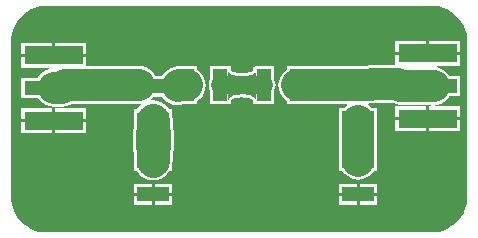
<source format=gbr>
%TF.GenerationSoftware,Altium Limited,Altium Designer,20.0.10 (225)*%
G04 Layer_Physical_Order=1*
G04 Layer_Color=255*
%FSLAX26Y26*%
%MOIN*%
%TF.FileFunction,Copper,L1,Top,Signal*%
%TF.Part,Single*%
G01*
G75*
%TA.AperFunction,SMDPad,CuDef*%
%ADD10R,0.106299X0.049213*%
%ADD11R,0.049213X0.106299*%
%TA.AperFunction,ConnectorPad*%
%ADD12R,0.196850X0.047244*%
%ADD13R,0.196850X0.062992*%
%TA.AperFunction,SMDPad,CuDef*%
%ADD14R,0.196850X0.047244*%
%ADD15R,0.196850X0.062992*%
%TA.AperFunction,Conductor*%
%ADD16C,0.105236*%
%ADD17C,0.108779*%
%ADD18C,0.059055*%
%TA.AperFunction,ViaPad*%
%ADD19C,0.050000*%
G36*
X3038446Y1812979D02*
X3053401Y1808972D01*
X3067705Y1803047D01*
X3081114Y1795305D01*
X3093397Y1785880D01*
X3104345Y1774932D01*
X3113770Y1762649D01*
X3121511Y1749241D01*
X3127436Y1734937D01*
X3131444Y1719981D01*
X3133465Y1704631D01*
Y1696890D01*
Y1178110D01*
Y1170369D01*
X3131444Y1155019D01*
X3127436Y1140063D01*
X3121511Y1125759D01*
X3113770Y1112351D01*
X3104345Y1100068D01*
X3093397Y1089120D01*
X3081114Y1079694D01*
X3067705Y1071953D01*
X3053401Y1066028D01*
X3038446Y1062021D01*
X3023096Y1060000D01*
X3015354Y1060000D01*
X1732284Y1060000D01*
X1724542D01*
X1709192Y1062021D01*
X1694237Y1066028D01*
X1679933Y1071953D01*
X1666524Y1079694D01*
X1654241Y1089120D01*
X1643293Y1100068D01*
X1633868Y1112351D01*
X1626126Y1125759D01*
X1620201Y1140063D01*
X1616194Y1155019D01*
X1614173Y1170369D01*
Y1178110D01*
X1614173Y1696890D01*
X1614173D01*
Y1704631D01*
X1616194Y1719981D01*
X1620201Y1734937D01*
X1626126Y1749241D01*
X1633868Y1762649D01*
X1643293Y1774932D01*
X1654241Y1785880D01*
X1666524Y1795305D01*
X1679933Y1803047D01*
X1694237Y1808972D01*
X1709192Y1812979D01*
X1724542Y1815000D01*
X1732284Y1815000D01*
X3015354Y1815000D01*
X3023096D01*
X3038446Y1812979D01*
D02*
G37*
%LPC*%
G36*
X3110000Y1697732D02*
X3006575D01*
Y1661236D01*
X3110000D01*
Y1697732D01*
D02*
G37*
G36*
X2996575D02*
X2893150D01*
Y1661236D01*
X2996575D01*
Y1697732D01*
D02*
G37*
G36*
X1863425Y1691496D02*
X1760000D01*
Y1655000D01*
X1863425D01*
Y1655899D01*
Y1691496D01*
D02*
G37*
G36*
X1750000D02*
X1646575D01*
Y1655000D01*
X1750000D01*
Y1691496D01*
D02*
G37*
G36*
X2430514Y1613226D02*
X2430132Y1613150D01*
X2420394D01*
Y1604275D01*
X2420008Y1601356D01*
X2419413Y1600015D01*
X2418162Y1598521D01*
X2415760Y1596746D01*
X2411924Y1594880D01*
X2406600Y1593147D01*
X2399998Y1591732D01*
X2382839Y1590025D01*
X2374412Y1590616D01*
X2366267Y1591697D01*
X2359502Y1593147D01*
X2354179Y1594880D01*
X2350342Y1596746D01*
X2347940Y1598521D01*
X2346689Y1600015D01*
X2346095Y1601356D01*
X2345709Y1604275D01*
Y1613150D01*
X2335970D01*
X2335589Y1613226D01*
X2335207Y1613150D01*
X2276496D01*
Y1569743D01*
X2272592Y1560319D01*
X2271234Y1550000D01*
X2272592Y1539681D01*
X2276496Y1530257D01*
Y1486850D01*
X2335207D01*
X2335589Y1486774D01*
X2335970Y1486850D01*
X2345709D01*
Y1495725D01*
X2346095Y1498644D01*
X2346689Y1499985D01*
X2347940Y1501479D01*
X2350342Y1503254D01*
X2354179Y1505120D01*
X2359502Y1506853D01*
X2366104Y1508268D01*
X2383264Y1509975D01*
X2391690Y1509384D01*
X2399835Y1508303D01*
X2406600Y1506853D01*
X2411924Y1505120D01*
X2415760Y1503254D01*
X2418162Y1501479D01*
X2419413Y1499985D01*
X2420008Y1498644D01*
X2420394Y1495725D01*
Y1486850D01*
X2430132D01*
X2430514Y1486774D01*
X2430895Y1486850D01*
X2489606D01*
Y1530257D01*
X2493510Y1539681D01*
X2494869Y1550000D01*
X2493510Y1560319D01*
X2489606Y1569743D01*
Y1613150D01*
X2430895D01*
X2430514Y1613226D01*
D02*
G37*
G36*
X1863425Y1645000D02*
X1755000D01*
X1646575D01*
Y1608504D01*
X1740191D01*
X1740932Y1603504D01*
X1730921Y1600467D01*
X1720043Y1594653D01*
X1710508Y1586828D01*
X1702683Y1577293D01*
X1701226Y1574567D01*
X1646575D01*
Y1507323D01*
X1702729D01*
X1710508Y1497844D01*
X1720043Y1490019D01*
X1730921Y1484204D01*
X1742725Y1480623D01*
X1755000Y1479415D01*
X1782336D01*
X1794611Y1480623D01*
X1806415Y1484204D01*
X1815765Y1489202D01*
X2038148D01*
X2043820Y1489761D01*
X2045820Y1484933D01*
X2040863Y1480866D01*
X2032817Y1471061D01*
X2032101Y1469722D01*
X2023465D01*
Y1459721D01*
Y1448755D01*
X2023156Y1447738D01*
X2021913Y1435115D01*
Y1406405D01*
X2020580Y1404411D01*
X2019804Y1400509D01*
X2019804Y1333399D01*
X2020580Y1329497D01*
X2021913Y1327502D01*
Y1298792D01*
X2023156Y1286170D01*
X2023465Y1285153D01*
Y1264186D01*
X2032101D01*
X2032817Y1262846D01*
X2040863Y1253042D01*
X2050668Y1244995D01*
X2061854Y1239016D01*
X2073992Y1235334D01*
X2086614Y1234091D01*
X2099237Y1235334D01*
X2111374Y1239016D01*
X2122560Y1244995D01*
X2132365Y1253042D01*
X2140411Y1262846D01*
X2141128Y1264186D01*
X2149764D01*
Y1285153D01*
X2150072Y1286170D01*
X2151316Y1298792D01*
Y1325591D01*
X2152210Y1326189D01*
X2154420Y1329497D01*
X2155196Y1333399D01*
Y1400509D01*
X2154420Y1404411D01*
X2152210Y1407718D01*
X2151316Y1408316D01*
Y1435115D01*
X2150072Y1447738D01*
X2149764Y1448755D01*
Y1469722D01*
X2141128D01*
X2140411Y1471061D01*
X2132365Y1480866D01*
X2122560Y1488912D01*
X2111374Y1494891D01*
X2099237Y1498573D01*
X2086614Y1499816D01*
X2080234Y1499188D01*
X2078234Y1504015D01*
X2082640Y1507631D01*
X2086811Y1512714D01*
X2116233D01*
X2116420Y1512363D01*
X2124245Y1502828D01*
X2133780Y1495003D01*
X2144659Y1489188D01*
X2156462Y1485608D01*
X2168737Y1484399D01*
X2181013Y1485608D01*
X2185109Y1486850D01*
X2233504D01*
Y1497495D01*
X2233855Y1497683D01*
X2243390Y1505508D01*
X2251215Y1515043D01*
X2257029Y1525921D01*
X2260610Y1537725D01*
X2261819Y1550000D01*
X2260610Y1562275D01*
X2257029Y1574079D01*
X2251215Y1584957D01*
X2243390Y1594492D01*
X2233855Y1602317D01*
X2233504Y1602505D01*
Y1613150D01*
X2164291D01*
Y1612219D01*
X2159142Y1611712D01*
X2147338Y1608131D01*
X2136460Y1602317D01*
X2126925Y1594492D01*
X2124245Y1591812D01*
X2116420Y1582277D01*
X2116233Y1581926D01*
X2093220D01*
X2090465Y1587080D01*
X2082640Y1596615D01*
X2073105Y1604440D01*
X2062227Y1610255D01*
X2050423Y1613835D01*
X2038148Y1615044D01*
X1863425D01*
Y1645000D01*
D02*
G37*
G36*
X3110000Y1651236D02*
X3001575D01*
X2893150D01*
Y1618431D01*
X2816302D01*
X2804026Y1617222D01*
X2798739Y1615618D01*
X2770532D01*
X2758256Y1614409D01*
X2755104Y1613453D01*
X2567736D01*
X2564660Y1613150D01*
X2532598D01*
Y1602700D01*
X2523244Y1595024D01*
X2522713Y1594492D01*
X2514888Y1584957D01*
X2509073Y1574079D01*
X2505493Y1562275D01*
X2504284Y1550000D01*
X2505493Y1537725D01*
X2509073Y1525921D01*
X2514888Y1515043D01*
X2522713Y1505508D01*
X2532248Y1497683D01*
X2532598Y1497495D01*
Y1486850D01*
X2591309D01*
X2591691Y1486774D01*
X2591737Y1486784D01*
X2591782Y1486775D01*
X2600208Y1486850D01*
X2601811D01*
Y1486865D01*
X2685022Y1487610D01*
X2731242D01*
X2733031Y1482610D01*
X2725508Y1476437D01*
X2723974Y1474567D01*
X2706850D01*
Y1436968D01*
Y1415856D01*
X2706774Y1415474D01*
X2706778Y1415454D01*
X2706775Y1415434D01*
X2707024Y1351629D01*
X2706986Y1333399D01*
X2706850D01*
Y1324679D01*
X2706802Y1324034D01*
X2706849Y1323654D01*
X2706774Y1323278D01*
X2706850Y1322897D01*
Y1264186D01*
X2717495D01*
X2717683Y1263835D01*
X2725508Y1254300D01*
X2735043Y1246475D01*
X2745921Y1240661D01*
X2757725Y1237080D01*
X2770000Y1235871D01*
X2782275Y1237080D01*
X2794079Y1240661D01*
X2804957Y1246475D01*
X2814492Y1254300D01*
X2822317Y1263835D01*
X2822505Y1264186D01*
X2833150D01*
Y1322897D01*
X2833226Y1323278D01*
X2833222Y1323299D01*
X2833225Y1323318D01*
X2832976Y1387124D01*
X2833014Y1405354D01*
X2833150D01*
Y1414074D01*
X2833198Y1414719D01*
X2833151Y1415099D01*
X2833226Y1415474D01*
X2833150Y1415856D01*
Y1433618D01*
Y1474567D01*
X2816026D01*
X2814492Y1476437D01*
X2804957Y1484262D01*
X2803715Y1484926D01*
X2804930Y1489776D01*
X2813489D01*
X2825764Y1490985D01*
X2831051Y1492589D01*
X2881769D01*
X2886976Y1489805D01*
X2898779Y1486225D01*
X2911055Y1485016D01*
X3012661D01*
X3013367Y1484622D01*
X3012067Y1479622D01*
X3006575D01*
Y1443126D01*
X3110000D01*
Y1479622D01*
X3025180D01*
X3024935Y1484622D01*
X3033535Y1485469D01*
X3045339Y1489050D01*
X3056217Y1494864D01*
X3065752Y1502689D01*
X3073577Y1512224D01*
X3074290Y1513559D01*
X3110000D01*
Y1580803D01*
X3074290D01*
X3073577Y1582138D01*
X3065752Y1591673D01*
X3064996Y1592429D01*
X3055461Y1600254D01*
X3044583Y1606069D01*
X3032779Y1609649D01*
X3031855Y1609740D01*
X3032101Y1614740D01*
X3110000D01*
Y1651236D01*
D02*
G37*
G36*
X2996575Y1479622D02*
X2893150D01*
Y1443126D01*
X2996575D01*
Y1479622D01*
D02*
G37*
G36*
X1863425Y1473386D02*
X1760000D01*
Y1443126D01*
Y1436890D01*
X1863425D01*
Y1473386D01*
D02*
G37*
G36*
X1750000D02*
X1646575D01*
Y1436890D01*
X1750000D01*
Y1443126D01*
Y1473386D01*
D02*
G37*
G36*
X3110000Y1433126D02*
X3006575D01*
Y1396630D01*
X3110000D01*
Y1433126D01*
D02*
G37*
G36*
X2996575D02*
X2893150D01*
Y1396630D01*
X2996575D01*
Y1433126D01*
D02*
G37*
G36*
X1863425Y1426890D02*
X1760000D01*
Y1390394D01*
X1863425D01*
Y1426890D01*
D02*
G37*
G36*
X1750000D02*
X1646575D01*
Y1390394D01*
X1750000D01*
Y1426890D01*
D02*
G37*
G36*
X2833150Y1221194D02*
X2775000D01*
Y1191588D01*
X2833150D01*
Y1210980D01*
Y1221194D01*
D02*
G37*
G36*
X2149764D02*
X2091614D01*
Y1191588D01*
X2149764D01*
Y1205000D01*
Y1221194D01*
D02*
G37*
G36*
X2765000D02*
X2706850D01*
Y1191588D01*
X2765000D01*
Y1221194D01*
D02*
G37*
G36*
X2081614D02*
X2023465D01*
Y1205000D01*
Y1191588D01*
X2081614D01*
Y1221194D01*
D02*
G37*
G36*
X2833150Y1181588D02*
X2775000D01*
Y1151981D01*
X2833150D01*
Y1181588D01*
D02*
G37*
G36*
X2765000D02*
X2706850D01*
Y1151981D01*
X2765000D01*
Y1181588D01*
D02*
G37*
G36*
X2149764D02*
X2091614D01*
Y1151981D01*
X2149764D01*
Y1181588D01*
D02*
G37*
G36*
X2081614D02*
X2023465D01*
Y1151981D01*
X2081614D01*
Y1181588D01*
D02*
G37*
%LPD*%
G36*
X2430514Y1496970D02*
X2429923Y1501436D01*
X2428151Y1505431D01*
X2425199Y1508956D01*
X2421065Y1512012D01*
X2415750Y1514597D01*
X2409254Y1516712D01*
X2401577Y1518357D01*
X2392718Y1519532D01*
X2383115Y1520207D01*
X2364526Y1518357D01*
X2356848Y1516712D01*
X2350352Y1514597D01*
X2345037Y1512012D01*
X2340904Y1508956D01*
X2337951Y1505431D01*
X2336179Y1501436D01*
X2335589Y1496970D01*
Y1603030D01*
X2336179Y1598564D01*
X2337951Y1594569D01*
X2340904Y1591044D01*
X2345037Y1587988D01*
X2350352Y1585403D01*
X2356848Y1583288D01*
X2364526Y1581643D01*
X2373384Y1580468D01*
X2382987Y1579793D01*
X2401577Y1581643D01*
X2409254Y1583288D01*
X2415750Y1585403D01*
X2421065Y1587988D01*
X2425199Y1591044D01*
X2428151Y1594569D01*
X2429923Y1598564D01*
X2430514Y1603030D01*
Y1496970D01*
D02*
G37*
G36*
X2091614Y1400509D02*
X2145000D01*
Y1333399D01*
X2091614D01*
Y1298792D01*
X2081614D01*
Y1333399D01*
X2030000D01*
X2030000Y1400509D01*
X2081614D01*
Y1435115D01*
X2091614D01*
Y1400509D01*
D02*
G37*
G36*
X2696927Y1497913D02*
X2591691Y1496970D01*
Y1603030D01*
X2696927Y1603150D01*
Y1497913D01*
D02*
G37*
G36*
X2822669Y1415474D02*
X2823030D01*
X2822951Y1414422D01*
X2822820Y1406003D01*
X2822780Y1387122D01*
X2823030Y1323278D01*
X2822646D01*
X2822618Y1310238D01*
X2717382D01*
X2717331Y1323278D01*
X2716970D01*
X2717049Y1324331D01*
X2717180Y1332750D01*
X2717220Y1351630D01*
X2716970Y1415474D01*
X2717354D01*
X2717382Y1428515D01*
X2822618D01*
X2822669Y1415474D01*
D02*
G37*
D10*
X2770000Y1552165D02*
D03*
Y1439961D02*
D03*
Y1298792D02*
D03*
Y1186588D02*
D03*
X2086614Y1298792D02*
D03*
Y1186588D02*
D03*
Y1547320D02*
D03*
Y1435115D02*
D03*
D11*
X2567205Y1550000D02*
D03*
X2455000D02*
D03*
X2311102D02*
D03*
X2198898D02*
D03*
D12*
X3001575Y1547181D02*
D03*
D13*
Y1656236D02*
D03*
Y1438126D02*
D03*
D14*
X1755000Y1540945D02*
D03*
D15*
Y1431890D02*
D03*
Y1650000D02*
D03*
D16*
Y1542336D02*
X1782336D01*
X2770000Y1552165D02*
X2770532Y1552697D01*
X2813489D02*
X2816302Y1555510D01*
X2903482D02*
X2911055Y1547937D01*
X3020504D01*
X2770532Y1552697D02*
X2813489D01*
X3020504Y1547937D02*
X3021260Y1547181D01*
X2816302Y1555510D02*
X2903482D01*
X1782336Y1542336D02*
X1792123Y1552123D01*
X2038148D01*
X2168737Y1547320D02*
X2171417Y1550000D01*
X2770000Y1298792D02*
Y1431945D01*
X2171417Y1550000D02*
X2198898D01*
X2567205D02*
X2567736Y1550532D01*
X2769468D01*
X2770000Y1551063D01*
Y1552165D01*
D17*
X2086614Y1298792D02*
Y1435115D01*
D18*
X2311102Y1550000D02*
X2455000D01*
D19*
X2870000Y1225000D02*
D03*
X2850000Y1715000D02*
D03*
X2835000Y1645000D02*
D03*
X2755000D02*
D03*
X1855000Y1345000D02*
D03*
X1920000Y1710000D02*
D03*
X1845000Y1745000D02*
D03*
X1942846Y1639741D02*
D03*
X1915000Y1445000D02*
D03*
X1970000Y1425000D02*
D03*
X2195000Y1345000D02*
D03*
X1970000Y1360000D02*
D03*
X1975000Y1285000D02*
D03*
X2200000Y1275000D02*
D03*
X2670000Y1340000D02*
D03*
X2858374Y1309542D02*
D03*
Y1389070D02*
D03*
X2409228Y1631158D02*
D03*
X2330036Y1638452D02*
D03*
X2277523Y1462730D02*
D03*
X2356818Y1468810D02*
D03*
X2436013Y1461548D02*
D03*
X2110000Y1655000D02*
D03*
X2025000Y1650000D02*
D03*
X2200000Y1405000D02*
D03*
X2198486Y1461548D02*
D03*
X2232641Y1637249D02*
D03*
X2672015Y1638906D02*
D03*
X2592488D02*
D03*
X2514392Y1623884D02*
D03*
X2511679Y1480037D02*
D03*
X2589028Y1461548D02*
D03*
X2668553Y1462157D02*
D03*
X2665000Y1405000D02*
D03*
%TF.MD5,301a0fa37dea22e9fd50d6e3a055118f*%
M02*

</source>
